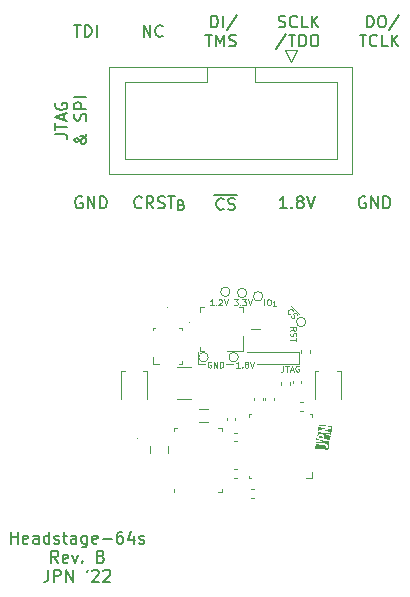
<source format=gto>
%TF.GenerationSoftware,KiCad,Pcbnew,(6.0.0)*%
%TF.CreationDate,2022-12-06T17:03:37-05:00*%
%TF.ProjectId,headstage-64s,68656164-7374-4616-9765-2d3634732e6b,B*%
%TF.SameCoordinates,Original*%
%TF.FileFunction,Legend,Top*%
%TF.FilePolarity,Positive*%
%FSLAX46Y46*%
G04 Gerber Fmt 4.6, Leading zero omitted, Abs format (unit mm)*
G04 Created by KiCad (PCBNEW (6.0.0)) date 2022-12-06 17:03:37*
%MOMM*%
%LPD*%
G01*
G04 APERTURE LIST*
%ADD10C,0.120000*%
%ADD11C,0.200000*%
%ADD12C,0.125000*%
G04 APERTURE END LIST*
D10*
X129280000Y-59100000D02*
X129280000Y-60100000D01*
X124130000Y-59560000D02*
G75*
G03*
X124130000Y-59560000I-400000J0D01*
G01*
X120700000Y-60100000D02*
X120700000Y-59100000D01*
X125675000Y-60100000D02*
X129280000Y-60100000D01*
X121590000Y-59570000D02*
G75*
G03*
X121590000Y-59570000I-400000J0D01*
G01*
X123650000Y-60100000D02*
X123110000Y-60100000D01*
X121300000Y-60100000D02*
X120700000Y-60100000D01*
X124900000Y-59100000D02*
X129280000Y-59100000D01*
D11*
X128225236Y-46952380D02*
X127653808Y-46952380D01*
X127939522Y-46952380D02*
X127939522Y-45952380D01*
X127844284Y-46095238D01*
X127749046Y-46190476D01*
X127653808Y-46238095D01*
X128653808Y-46857142D02*
X128701427Y-46904761D01*
X128653808Y-46952380D01*
X128606189Y-46904761D01*
X128653808Y-46857142D01*
X128653808Y-46952380D01*
X129272855Y-46380952D02*
X129177617Y-46333333D01*
X129129998Y-46285714D01*
X129082379Y-46190476D01*
X129082379Y-46142857D01*
X129129998Y-46047619D01*
X129177617Y-46000000D01*
X129272855Y-45952380D01*
X129463332Y-45952380D01*
X129558570Y-46000000D01*
X129606189Y-46047619D01*
X129653808Y-46142857D01*
X129653808Y-46190476D01*
X129606189Y-46285714D01*
X129558570Y-46333333D01*
X129463332Y-46380952D01*
X129272855Y-46380952D01*
X129177617Y-46428571D01*
X129129998Y-46476190D01*
X129082379Y-46571428D01*
X129082379Y-46761904D01*
X129129998Y-46857142D01*
X129177617Y-46904761D01*
X129272855Y-46952380D01*
X129463332Y-46952380D01*
X129558570Y-46904761D01*
X129606189Y-46857142D01*
X129653808Y-46761904D01*
X129653808Y-46571428D01*
X129606189Y-46476190D01*
X129558570Y-46428571D01*
X129463332Y-46380952D01*
X129939522Y-45952380D02*
X130272855Y-46952380D01*
X130606189Y-45952380D01*
X115939523Y-46857142D02*
X115891904Y-46904761D01*
X115749047Y-46952380D01*
X115653809Y-46952380D01*
X115510952Y-46904761D01*
X115415714Y-46809523D01*
X115368095Y-46714285D01*
X115320476Y-46523809D01*
X115320476Y-46380952D01*
X115368095Y-46190476D01*
X115415714Y-46095238D01*
X115510952Y-46000000D01*
X115653809Y-45952380D01*
X115749047Y-45952380D01*
X115891904Y-46000000D01*
X115939523Y-46047619D01*
X116939523Y-46952380D02*
X116606190Y-46476190D01*
X116368095Y-46952380D02*
X116368095Y-45952380D01*
X116749047Y-45952380D01*
X116844285Y-46000000D01*
X116891904Y-46047619D01*
X116939523Y-46142857D01*
X116939523Y-46285714D01*
X116891904Y-46380952D01*
X116844285Y-46428571D01*
X116749047Y-46476190D01*
X116368095Y-46476190D01*
X117320476Y-46904761D02*
X117463333Y-46952380D01*
X117701428Y-46952380D01*
X117796666Y-46904761D01*
X117844285Y-46857142D01*
X117891904Y-46761904D01*
X117891904Y-46666666D01*
X117844285Y-46571428D01*
X117796666Y-46523809D01*
X117701428Y-46476190D01*
X117510952Y-46428571D01*
X117415714Y-46380952D01*
X117368095Y-46333333D01*
X117320476Y-46238095D01*
X117320476Y-46142857D01*
X117368095Y-46047619D01*
X117415714Y-46000000D01*
X117510952Y-45952380D01*
X117749047Y-45952380D01*
X117891904Y-46000000D01*
X118177619Y-45952380D02*
X118749047Y-45952380D01*
X118463333Y-46952380D02*
X118463333Y-45952380D01*
X119301428Y-46642857D02*
X119415714Y-46680952D01*
X119453809Y-46719047D01*
X119491904Y-46795238D01*
X119491904Y-46909523D01*
X119453809Y-46985714D01*
X119415714Y-47023809D01*
X119339523Y-47061904D01*
X119034761Y-47061904D01*
X119034761Y-46261904D01*
X119301428Y-46261904D01*
X119377619Y-46300000D01*
X119415714Y-46338095D01*
X119453809Y-46414285D01*
X119453809Y-46490476D01*
X119415714Y-46566666D01*
X119377619Y-46604761D01*
X119301428Y-46642857D01*
X119034761Y-46642857D01*
X122082380Y-45810000D02*
X123082380Y-45810000D01*
X122891903Y-46997142D02*
X122844284Y-47044761D01*
X122701427Y-47092380D01*
X122606189Y-47092380D01*
X122463332Y-47044761D01*
X122368094Y-46949523D01*
X122320475Y-46854285D01*
X122272856Y-46663809D01*
X122272856Y-46520952D01*
X122320475Y-46330476D01*
X122368094Y-46235238D01*
X122463332Y-46140000D01*
X122606189Y-46092380D01*
X122701427Y-46092380D01*
X122844284Y-46140000D01*
X122891903Y-46187619D01*
X123082380Y-45810000D02*
X124034760Y-45810000D01*
X123272856Y-47044761D02*
X123415713Y-47092380D01*
X123653808Y-47092380D01*
X123749046Y-47044761D01*
X123796665Y-46997142D01*
X123844284Y-46901904D01*
X123844284Y-46806666D01*
X123796665Y-46711428D01*
X123749046Y-46663809D01*
X123653808Y-46616190D01*
X123463332Y-46568571D01*
X123368094Y-46520952D01*
X123320475Y-46473333D01*
X123272856Y-46378095D01*
X123272856Y-46282857D01*
X123320475Y-46187619D01*
X123368094Y-46140000D01*
X123463332Y-46092380D01*
X123701427Y-46092380D01*
X123844284Y-46140000D01*
X134891904Y-46000000D02*
X134796666Y-45952380D01*
X134653809Y-45952380D01*
X134510952Y-46000000D01*
X134415714Y-46095238D01*
X134368095Y-46190476D01*
X134320476Y-46380952D01*
X134320476Y-46523809D01*
X134368095Y-46714285D01*
X134415714Y-46809523D01*
X134510952Y-46904761D01*
X134653809Y-46952380D01*
X134749047Y-46952380D01*
X134891904Y-46904761D01*
X134939523Y-46857142D01*
X134939523Y-46523809D01*
X134749047Y-46523809D01*
X135368095Y-46952380D02*
X135368095Y-45952380D01*
X135939523Y-46952380D01*
X135939523Y-45952380D01*
X136415714Y-46952380D02*
X136415714Y-45952380D01*
X136653809Y-45952380D01*
X136796666Y-46000000D01*
X136891904Y-46095238D01*
X136939523Y-46190476D01*
X136987142Y-46380952D01*
X136987142Y-46523809D01*
X136939523Y-46714285D01*
X136891904Y-46809523D01*
X136796666Y-46904761D01*
X136653809Y-46952380D01*
X136415714Y-46952380D01*
D12*
X124251428Y-60446190D02*
X123965714Y-60446190D01*
X124108571Y-60446190D02*
X124108571Y-59946190D01*
X124060952Y-60017619D01*
X124013333Y-60065238D01*
X123965714Y-60089047D01*
X124465714Y-60398571D02*
X124489523Y-60422380D01*
X124465714Y-60446190D01*
X124441904Y-60422380D01*
X124465714Y-60398571D01*
X124465714Y-60446190D01*
X124775238Y-60160476D02*
X124727619Y-60136666D01*
X124703809Y-60112857D01*
X124680000Y-60065238D01*
X124680000Y-60041428D01*
X124703809Y-59993809D01*
X124727619Y-59970000D01*
X124775238Y-59946190D01*
X124870476Y-59946190D01*
X124918095Y-59970000D01*
X124941904Y-59993809D01*
X124965714Y-60041428D01*
X124965714Y-60065238D01*
X124941904Y-60112857D01*
X124918095Y-60136666D01*
X124870476Y-60160476D01*
X124775238Y-60160476D01*
X124727619Y-60184285D01*
X124703809Y-60208095D01*
X124680000Y-60255714D01*
X124680000Y-60350952D01*
X124703809Y-60398571D01*
X124727619Y-60422380D01*
X124775238Y-60446190D01*
X124870476Y-60446190D01*
X124918095Y-60422380D01*
X124941904Y-60398571D01*
X124965714Y-60350952D01*
X124965714Y-60255714D01*
X124941904Y-60208095D01*
X124918095Y-60184285D01*
X124870476Y-60160476D01*
X125108571Y-59946190D02*
X125275238Y-60446190D01*
X125441904Y-59946190D01*
D11*
X135012857Y-31647380D02*
X135012857Y-30647380D01*
X135250952Y-30647380D01*
X135393809Y-30695000D01*
X135489047Y-30790238D01*
X135536666Y-30885476D01*
X135584285Y-31075952D01*
X135584285Y-31218809D01*
X135536666Y-31409285D01*
X135489047Y-31504523D01*
X135393809Y-31599761D01*
X135250952Y-31647380D01*
X135012857Y-31647380D01*
X136203333Y-30647380D02*
X136393809Y-30647380D01*
X136489047Y-30695000D01*
X136584285Y-30790238D01*
X136631904Y-30980714D01*
X136631904Y-31314047D01*
X136584285Y-31504523D01*
X136489047Y-31599761D01*
X136393809Y-31647380D01*
X136203333Y-31647380D01*
X136108095Y-31599761D01*
X136012857Y-31504523D01*
X135965238Y-31314047D01*
X135965238Y-30980714D01*
X136012857Y-30790238D01*
X136108095Y-30695000D01*
X136203333Y-30647380D01*
X137774761Y-30599761D02*
X136917619Y-31885476D01*
X134393809Y-32257380D02*
X134965238Y-32257380D01*
X134679523Y-33257380D02*
X134679523Y-32257380D01*
X135870000Y-33162142D02*
X135822380Y-33209761D01*
X135679523Y-33257380D01*
X135584285Y-33257380D01*
X135441428Y-33209761D01*
X135346190Y-33114523D01*
X135298571Y-33019285D01*
X135250952Y-32828809D01*
X135250952Y-32685952D01*
X135298571Y-32495476D01*
X135346190Y-32400238D01*
X135441428Y-32305000D01*
X135584285Y-32257380D01*
X135679523Y-32257380D01*
X135822380Y-32305000D01*
X135870000Y-32352619D01*
X136774761Y-33257380D02*
X136298571Y-33257380D01*
X136298571Y-32257380D01*
X137108095Y-33257380D02*
X137108095Y-32257380D01*
X137679523Y-33257380D02*
X137250952Y-32685952D01*
X137679523Y-32257380D02*
X137108095Y-32828809D01*
X108647380Y-40666666D02*
X109361666Y-40666666D01*
X109504523Y-40714285D01*
X109599761Y-40809523D01*
X109647380Y-40952380D01*
X109647380Y-41047619D01*
X108647380Y-40333333D02*
X108647380Y-39761904D01*
X109647380Y-40047619D02*
X108647380Y-40047619D01*
X109361666Y-39476190D02*
X109361666Y-39000000D01*
X109647380Y-39571428D02*
X108647380Y-39238095D01*
X109647380Y-38904761D01*
X108695000Y-38047619D02*
X108647380Y-38142857D01*
X108647380Y-38285714D01*
X108695000Y-38428571D01*
X108790238Y-38523809D01*
X108885476Y-38571428D01*
X109075952Y-38619047D01*
X109218809Y-38619047D01*
X109409285Y-38571428D01*
X109504523Y-38523809D01*
X109599761Y-38428571D01*
X109647380Y-38285714D01*
X109647380Y-38190476D01*
X109599761Y-38047619D01*
X109552142Y-38000000D01*
X109218809Y-38000000D01*
X109218809Y-38190476D01*
X111257380Y-40666666D02*
X111257380Y-40714285D01*
X111209761Y-40809523D01*
X111066904Y-40952380D01*
X110781190Y-41190476D01*
X110638333Y-41285714D01*
X110495476Y-41333333D01*
X110400238Y-41333333D01*
X110305000Y-41285714D01*
X110257380Y-41190476D01*
X110257380Y-41142857D01*
X110305000Y-41047619D01*
X110400238Y-41000000D01*
X110447857Y-41000000D01*
X110543095Y-41047619D01*
X110590714Y-41095238D01*
X110781190Y-41380952D01*
X110828809Y-41428571D01*
X110924047Y-41476190D01*
X111066904Y-41476190D01*
X111162142Y-41428571D01*
X111209761Y-41380952D01*
X111257380Y-41285714D01*
X111257380Y-41142857D01*
X111209761Y-41047619D01*
X111162142Y-41000000D01*
X110971666Y-40857142D01*
X110828809Y-40809523D01*
X110733571Y-40809523D01*
X111209761Y-39523809D02*
X111257380Y-39380952D01*
X111257380Y-39142857D01*
X111209761Y-39047619D01*
X111162142Y-39000000D01*
X111066904Y-38952380D01*
X110971666Y-38952380D01*
X110876428Y-39000000D01*
X110828809Y-39047619D01*
X110781190Y-39142857D01*
X110733571Y-39333333D01*
X110685952Y-39428571D01*
X110638333Y-39476190D01*
X110543095Y-39523809D01*
X110447857Y-39523809D01*
X110352619Y-39476190D01*
X110305000Y-39428571D01*
X110257380Y-39333333D01*
X110257380Y-39095238D01*
X110305000Y-38952380D01*
X111257380Y-38523809D02*
X110257380Y-38523809D01*
X110257380Y-38142857D01*
X110305000Y-38047619D01*
X110352619Y-38000000D01*
X110447857Y-37952380D01*
X110590714Y-37952380D01*
X110685952Y-38000000D01*
X110733571Y-38047619D01*
X110781190Y-38142857D01*
X110781190Y-38523809D01*
X111257380Y-37523809D02*
X110257380Y-37523809D01*
D12*
X121819047Y-59960000D02*
X121771428Y-59936190D01*
X121700000Y-59936190D01*
X121628571Y-59960000D01*
X121580952Y-60007619D01*
X121557142Y-60055238D01*
X121533333Y-60150476D01*
X121533333Y-60221904D01*
X121557142Y-60317142D01*
X121580952Y-60364761D01*
X121628571Y-60412380D01*
X121700000Y-60436190D01*
X121747619Y-60436190D01*
X121819047Y-60412380D01*
X121842857Y-60388571D01*
X121842857Y-60221904D01*
X121747619Y-60221904D01*
X122057142Y-60436190D02*
X122057142Y-59936190D01*
X122342857Y-60436190D01*
X122342857Y-59936190D01*
X122580952Y-60436190D02*
X122580952Y-59936190D01*
X122700000Y-59936190D01*
X122771428Y-59960000D01*
X122819047Y-60007619D01*
X122842857Y-60055238D01*
X122866666Y-60150476D01*
X122866666Y-60221904D01*
X122842857Y-60317142D01*
X122819047Y-60364761D01*
X122771428Y-60412380D01*
X122700000Y-60436190D01*
X122580952Y-60436190D01*
D11*
X116106904Y-32452380D02*
X116106904Y-31452380D01*
X116678332Y-32452380D01*
X116678332Y-31452380D01*
X117725951Y-32357142D02*
X117678332Y-32404761D01*
X117535475Y-32452380D01*
X117440237Y-32452380D01*
X117297380Y-32404761D01*
X117202142Y-32309523D01*
X117154523Y-32214285D01*
X117106904Y-32023809D01*
X117106904Y-31880952D01*
X117154523Y-31690476D01*
X117202142Y-31595238D01*
X117297380Y-31500000D01*
X117440237Y-31452380D01*
X117535475Y-31452380D01*
X117678332Y-31500000D01*
X117725951Y-31547619D01*
X110891904Y-46000000D02*
X110796666Y-45952380D01*
X110653809Y-45952380D01*
X110510952Y-46000000D01*
X110415714Y-46095238D01*
X110368095Y-46190476D01*
X110320476Y-46380952D01*
X110320476Y-46523809D01*
X110368095Y-46714285D01*
X110415714Y-46809523D01*
X110510952Y-46904761D01*
X110653809Y-46952380D01*
X110749047Y-46952380D01*
X110891904Y-46904761D01*
X110939523Y-46857142D01*
X110939523Y-46523809D01*
X110749047Y-46523809D01*
X111368095Y-46952380D02*
X111368095Y-45952380D01*
X111939523Y-46952380D01*
X111939523Y-45952380D01*
X112415714Y-46952380D02*
X112415714Y-45952380D01*
X112653809Y-45952380D01*
X112796666Y-46000000D01*
X112891904Y-46095238D01*
X112939523Y-46190476D01*
X112987142Y-46380952D01*
X112987142Y-46523809D01*
X112939523Y-46714285D01*
X112891904Y-46809523D01*
X112796666Y-46904761D01*
X112653809Y-46952380D01*
X112415714Y-46952380D01*
X104880952Y-75342380D02*
X104880952Y-74342380D01*
X104880952Y-74818571D02*
X105452380Y-74818571D01*
X105452380Y-75342380D02*
X105452380Y-74342380D01*
X106309523Y-75294761D02*
X106214285Y-75342380D01*
X106023809Y-75342380D01*
X105928571Y-75294761D01*
X105880952Y-75199523D01*
X105880952Y-74818571D01*
X105928571Y-74723333D01*
X106023809Y-74675714D01*
X106214285Y-74675714D01*
X106309523Y-74723333D01*
X106357142Y-74818571D01*
X106357142Y-74913809D01*
X105880952Y-75009047D01*
X107214285Y-75342380D02*
X107214285Y-74818571D01*
X107166666Y-74723333D01*
X107071428Y-74675714D01*
X106880952Y-74675714D01*
X106785714Y-74723333D01*
X107214285Y-75294761D02*
X107119047Y-75342380D01*
X106880952Y-75342380D01*
X106785714Y-75294761D01*
X106738095Y-75199523D01*
X106738095Y-75104285D01*
X106785714Y-75009047D01*
X106880952Y-74961428D01*
X107119047Y-74961428D01*
X107214285Y-74913809D01*
X108119047Y-75342380D02*
X108119047Y-74342380D01*
X108119047Y-75294761D02*
X108023809Y-75342380D01*
X107833333Y-75342380D01*
X107738095Y-75294761D01*
X107690476Y-75247142D01*
X107642857Y-75151904D01*
X107642857Y-74866190D01*
X107690476Y-74770952D01*
X107738095Y-74723333D01*
X107833333Y-74675714D01*
X108023809Y-74675714D01*
X108119047Y-74723333D01*
X108547619Y-75294761D02*
X108642857Y-75342380D01*
X108833333Y-75342380D01*
X108928571Y-75294761D01*
X108976190Y-75199523D01*
X108976190Y-75151904D01*
X108928571Y-75056666D01*
X108833333Y-75009047D01*
X108690476Y-75009047D01*
X108595238Y-74961428D01*
X108547619Y-74866190D01*
X108547619Y-74818571D01*
X108595238Y-74723333D01*
X108690476Y-74675714D01*
X108833333Y-74675714D01*
X108928571Y-74723333D01*
X109261904Y-74675714D02*
X109642857Y-74675714D01*
X109404761Y-74342380D02*
X109404761Y-75199523D01*
X109452380Y-75294761D01*
X109547619Y-75342380D01*
X109642857Y-75342380D01*
X110404761Y-75342380D02*
X110404761Y-74818571D01*
X110357142Y-74723333D01*
X110261904Y-74675714D01*
X110071428Y-74675714D01*
X109976190Y-74723333D01*
X110404761Y-75294761D02*
X110309523Y-75342380D01*
X110071428Y-75342380D01*
X109976190Y-75294761D01*
X109928571Y-75199523D01*
X109928571Y-75104285D01*
X109976190Y-75009047D01*
X110071428Y-74961428D01*
X110309523Y-74961428D01*
X110404761Y-74913809D01*
X111309523Y-74675714D02*
X111309523Y-75485238D01*
X111261904Y-75580476D01*
X111214285Y-75628095D01*
X111119047Y-75675714D01*
X110976190Y-75675714D01*
X110880952Y-75628095D01*
X111309523Y-75294761D02*
X111214285Y-75342380D01*
X111023809Y-75342380D01*
X110928571Y-75294761D01*
X110880952Y-75247142D01*
X110833333Y-75151904D01*
X110833333Y-74866190D01*
X110880952Y-74770952D01*
X110928571Y-74723333D01*
X111023809Y-74675714D01*
X111214285Y-74675714D01*
X111309523Y-74723333D01*
X112166666Y-75294761D02*
X112071428Y-75342380D01*
X111880952Y-75342380D01*
X111785714Y-75294761D01*
X111738095Y-75199523D01*
X111738095Y-74818571D01*
X111785714Y-74723333D01*
X111880952Y-74675714D01*
X112071428Y-74675714D01*
X112166666Y-74723333D01*
X112214285Y-74818571D01*
X112214285Y-74913809D01*
X111738095Y-75009047D01*
X112642857Y-74961428D02*
X113404761Y-74961428D01*
X114309523Y-74342380D02*
X114119047Y-74342380D01*
X114023809Y-74390000D01*
X113976190Y-74437619D01*
X113880952Y-74580476D01*
X113833333Y-74770952D01*
X113833333Y-75151904D01*
X113880952Y-75247142D01*
X113928571Y-75294761D01*
X114023809Y-75342380D01*
X114214285Y-75342380D01*
X114309523Y-75294761D01*
X114357142Y-75247142D01*
X114404761Y-75151904D01*
X114404761Y-74913809D01*
X114357142Y-74818571D01*
X114309523Y-74770952D01*
X114214285Y-74723333D01*
X114023809Y-74723333D01*
X113928571Y-74770952D01*
X113880952Y-74818571D01*
X113833333Y-74913809D01*
X115261904Y-74675714D02*
X115261904Y-75342380D01*
X115023809Y-74294761D02*
X114785714Y-75009047D01*
X115404761Y-75009047D01*
X115738095Y-75294761D02*
X115833333Y-75342380D01*
X116023809Y-75342380D01*
X116119047Y-75294761D01*
X116166666Y-75199523D01*
X116166666Y-75151904D01*
X116119047Y-75056666D01*
X116023809Y-75009047D01*
X115880952Y-75009047D01*
X115785714Y-74961428D01*
X115738095Y-74866190D01*
X115738095Y-74818571D01*
X115785714Y-74723333D01*
X115880952Y-74675714D01*
X116023809Y-74675714D01*
X116119047Y-74723333D01*
X108880952Y-76952380D02*
X108547619Y-76476190D01*
X108309523Y-76952380D02*
X108309523Y-75952380D01*
X108690476Y-75952380D01*
X108785714Y-76000000D01*
X108833333Y-76047619D01*
X108880952Y-76142857D01*
X108880952Y-76285714D01*
X108833333Y-76380952D01*
X108785714Y-76428571D01*
X108690476Y-76476190D01*
X108309523Y-76476190D01*
X109690476Y-76904761D02*
X109595238Y-76952380D01*
X109404761Y-76952380D01*
X109309523Y-76904761D01*
X109261904Y-76809523D01*
X109261904Y-76428571D01*
X109309523Y-76333333D01*
X109404761Y-76285714D01*
X109595238Y-76285714D01*
X109690476Y-76333333D01*
X109738095Y-76428571D01*
X109738095Y-76523809D01*
X109261904Y-76619047D01*
X110071428Y-76285714D02*
X110309523Y-76952380D01*
X110547619Y-76285714D01*
X110928571Y-76857142D02*
X110976190Y-76904761D01*
X110928571Y-76952380D01*
X110880952Y-76904761D01*
X110928571Y-76857142D01*
X110928571Y-76952380D01*
X112500000Y-76428571D02*
X112642857Y-76476190D01*
X112690476Y-76523809D01*
X112738095Y-76619047D01*
X112738095Y-76761904D01*
X112690476Y-76857142D01*
X112642857Y-76904761D01*
X112547619Y-76952380D01*
X112166666Y-76952380D01*
X112166666Y-75952380D01*
X112500000Y-75952380D01*
X112595238Y-76000000D01*
X112642857Y-76047619D01*
X112690476Y-76142857D01*
X112690476Y-76238095D01*
X112642857Y-76333333D01*
X112595238Y-76380952D01*
X112500000Y-76428571D01*
X112166666Y-76428571D01*
X108047619Y-77562380D02*
X108047619Y-78276666D01*
X108000000Y-78419523D01*
X107904761Y-78514761D01*
X107761904Y-78562380D01*
X107666666Y-78562380D01*
X108523809Y-78562380D02*
X108523809Y-77562380D01*
X108904761Y-77562380D01*
X109000000Y-77610000D01*
X109047619Y-77657619D01*
X109095238Y-77752857D01*
X109095238Y-77895714D01*
X109047619Y-77990952D01*
X109000000Y-78038571D01*
X108904761Y-78086190D01*
X108523809Y-78086190D01*
X109523809Y-78562380D02*
X109523809Y-77562380D01*
X110095238Y-78562380D01*
X110095238Y-77562380D01*
X111380952Y-77562380D02*
X111285714Y-77752857D01*
X111761904Y-77657619D02*
X111809523Y-77610000D01*
X111904761Y-77562380D01*
X112142857Y-77562380D01*
X112238095Y-77610000D01*
X112285714Y-77657619D01*
X112333333Y-77752857D01*
X112333333Y-77848095D01*
X112285714Y-77990952D01*
X111714285Y-78562380D01*
X112333333Y-78562380D01*
X112714285Y-77657619D02*
X112761904Y-77610000D01*
X112857142Y-77562380D01*
X113095238Y-77562380D01*
X113190476Y-77610000D01*
X113238095Y-77657619D01*
X113285714Y-77752857D01*
X113285714Y-77848095D01*
X113238095Y-77990952D01*
X112666666Y-78562380D01*
X113285714Y-78562380D01*
X121824760Y-31647380D02*
X121824760Y-30647380D01*
X122062855Y-30647380D01*
X122205713Y-30695000D01*
X122300951Y-30790238D01*
X122348570Y-30885476D01*
X122396189Y-31075952D01*
X122396189Y-31218809D01*
X122348570Y-31409285D01*
X122300951Y-31504523D01*
X122205713Y-31599761D01*
X122062855Y-31647380D01*
X121824760Y-31647380D01*
X122824760Y-31647380D02*
X122824760Y-30647380D01*
X124015236Y-30599761D02*
X123158094Y-31885476D01*
X121348570Y-32257380D02*
X121919998Y-32257380D01*
X121634284Y-33257380D02*
X121634284Y-32257380D01*
X122253332Y-33257380D02*
X122253332Y-32257380D01*
X122586665Y-32971666D01*
X122919998Y-32257380D01*
X122919998Y-33257380D01*
X123348570Y-33209761D02*
X123491427Y-33257380D01*
X123729522Y-33257380D01*
X123824760Y-33209761D01*
X123872379Y-33162142D01*
X123919998Y-33066904D01*
X123919998Y-32971666D01*
X123872379Y-32876428D01*
X123824760Y-32828809D01*
X123729522Y-32781190D01*
X123539046Y-32733571D01*
X123443808Y-32685952D01*
X123396189Y-32638333D01*
X123348570Y-32543095D01*
X123348570Y-32447857D01*
X123396189Y-32352619D01*
X123443808Y-32305000D01*
X123539046Y-32257380D01*
X123777141Y-32257380D01*
X123919998Y-32305000D01*
X127533093Y-31599761D02*
X127675950Y-31647380D01*
X127914045Y-31647380D01*
X128009283Y-31599761D01*
X128056902Y-31552142D01*
X128104522Y-31456904D01*
X128104522Y-31361666D01*
X128056902Y-31266428D01*
X128009283Y-31218809D01*
X127914045Y-31171190D01*
X127723569Y-31123571D01*
X127628331Y-31075952D01*
X127580712Y-31028333D01*
X127533093Y-30933095D01*
X127533093Y-30837857D01*
X127580712Y-30742619D01*
X127628331Y-30695000D01*
X127723569Y-30647380D01*
X127961664Y-30647380D01*
X128104522Y-30695000D01*
X129104522Y-31552142D02*
X129056902Y-31599761D01*
X128914045Y-31647380D01*
X128818807Y-31647380D01*
X128675950Y-31599761D01*
X128580712Y-31504523D01*
X128533093Y-31409285D01*
X128485474Y-31218809D01*
X128485474Y-31075952D01*
X128533093Y-30885476D01*
X128580712Y-30790238D01*
X128675950Y-30695000D01*
X128818807Y-30647380D01*
X128914045Y-30647380D01*
X129056902Y-30695000D01*
X129104522Y-30742619D01*
X130009283Y-31647380D02*
X129533093Y-31647380D01*
X129533093Y-30647380D01*
X130342617Y-31647380D02*
X130342617Y-30647380D01*
X130914045Y-31647380D02*
X130485474Y-31075952D01*
X130914045Y-30647380D02*
X130342617Y-31218809D01*
X128199760Y-32209761D02*
X127342617Y-33495476D01*
X128390236Y-32257380D02*
X128961664Y-32257380D01*
X128675950Y-33257380D02*
X128675950Y-32257380D01*
X129294998Y-33257380D02*
X129294998Y-32257380D01*
X129533093Y-32257380D01*
X129675950Y-32305000D01*
X129771188Y-32400238D01*
X129818807Y-32495476D01*
X129866426Y-32685952D01*
X129866426Y-32828809D01*
X129818807Y-33019285D01*
X129771188Y-33114523D01*
X129675950Y-33209761D01*
X129533093Y-33257380D01*
X129294998Y-33257380D01*
X130485474Y-32257380D02*
X130675950Y-32257380D01*
X130771188Y-32305000D01*
X130866426Y-32400238D01*
X130914045Y-32590714D01*
X130914045Y-32924047D01*
X130866426Y-33114523D01*
X130771188Y-33209761D01*
X130675950Y-33257380D01*
X130485474Y-33257380D01*
X130390236Y-33209761D01*
X130294998Y-33114523D01*
X130247379Y-32924047D01*
X130247379Y-32590714D01*
X130294998Y-32400238D01*
X130390236Y-32305000D01*
X130485474Y-32257380D01*
X110227142Y-31452380D02*
X110798571Y-31452380D01*
X110512857Y-32452380D02*
X110512857Y-31452380D01*
X111131904Y-32452380D02*
X111131904Y-31452380D01*
X111370000Y-31452380D01*
X111512857Y-31500000D01*
X111608095Y-31595238D01*
X111655714Y-31690476D01*
X111703333Y-31880952D01*
X111703333Y-32023809D01*
X111655714Y-32214285D01*
X111608095Y-32309523D01*
X111512857Y-32404761D01*
X111370000Y-32452380D01*
X111131904Y-32452380D01*
X112131904Y-32452380D02*
X112131904Y-31452380D01*
D12*
X126340297Y-55156190D02*
X126340297Y-54656190D01*
X126673630Y-54656190D02*
X126768869Y-54656190D01*
X126816488Y-54680000D01*
X126864107Y-54727619D01*
X126887916Y-54822857D01*
X126887916Y-54989523D01*
X126864107Y-55084761D01*
X126816488Y-55132380D01*
X126768869Y-55156190D01*
X126673630Y-55156190D01*
X126626011Y-55132380D01*
X126578392Y-55084761D01*
X126554583Y-54989523D01*
X126554583Y-54822857D01*
X126578392Y-54727619D01*
X126626011Y-54680000D01*
X126673630Y-54656190D01*
X127287916Y-55210952D02*
X127059345Y-55210952D01*
X127173630Y-55210952D02*
X127173630Y-54810952D01*
X127135535Y-54868095D01*
X127097440Y-54906190D01*
X127059345Y-54925238D01*
X127943154Y-60276190D02*
X127943154Y-60633333D01*
X127919345Y-60704761D01*
X127871726Y-60752380D01*
X127800297Y-60776190D01*
X127752678Y-60776190D01*
X128109821Y-60276190D02*
X128395535Y-60276190D01*
X128252678Y-60776190D02*
X128252678Y-60276190D01*
X128538392Y-60633333D02*
X128776488Y-60633333D01*
X128490773Y-60776190D02*
X128657440Y-60276190D01*
X128824107Y-60776190D01*
X129252678Y-60300000D02*
X129205059Y-60276190D01*
X129133630Y-60276190D01*
X129062202Y-60300000D01*
X129014583Y-60347619D01*
X128990773Y-60395238D01*
X128966964Y-60490476D01*
X128966964Y-60561904D01*
X128990773Y-60657142D01*
X129014583Y-60704761D01*
X129062202Y-60752380D01*
X129133630Y-60776190D01*
X129181250Y-60776190D01*
X129252678Y-60752380D01*
X129276488Y-60728571D01*
X129276488Y-60561904D01*
X129181250Y-60561904D01*
X128533809Y-57316011D02*
X128771904Y-57149345D01*
X128533809Y-57030297D02*
X129033809Y-57030297D01*
X129033809Y-57220773D01*
X129010000Y-57268392D01*
X128986190Y-57292202D01*
X128938571Y-57316011D01*
X128867142Y-57316011D01*
X128819523Y-57292202D01*
X128795714Y-57268392D01*
X128771904Y-57220773D01*
X128771904Y-57030297D01*
X128557619Y-57506488D02*
X128533809Y-57577916D01*
X128533809Y-57696964D01*
X128557619Y-57744583D01*
X128581428Y-57768392D01*
X128629047Y-57792202D01*
X128676666Y-57792202D01*
X128724285Y-57768392D01*
X128748095Y-57744583D01*
X128771904Y-57696964D01*
X128795714Y-57601726D01*
X128819523Y-57554107D01*
X128843333Y-57530297D01*
X128890952Y-57506488D01*
X128938571Y-57506488D01*
X128986190Y-57530297D01*
X129010000Y-57554107D01*
X129033809Y-57601726D01*
X129033809Y-57720773D01*
X129010000Y-57792202D01*
X129033809Y-57935059D02*
X129033809Y-58220773D01*
X128533809Y-58077916D02*
X129033809Y-58077916D01*
X123751904Y-54656190D02*
X124061428Y-54656190D01*
X123894761Y-54846666D01*
X123966190Y-54846666D01*
X124013809Y-54870476D01*
X124037619Y-54894285D01*
X124061428Y-54941904D01*
X124061428Y-55060952D01*
X124037619Y-55108571D01*
X124013809Y-55132380D01*
X123966190Y-55156190D01*
X123823333Y-55156190D01*
X123775714Y-55132380D01*
X123751904Y-55108571D01*
X124275714Y-55108571D02*
X124299523Y-55132380D01*
X124275714Y-55156190D01*
X124251904Y-55132380D01*
X124275714Y-55108571D01*
X124275714Y-55156190D01*
X124466190Y-54656190D02*
X124775714Y-54656190D01*
X124609047Y-54846666D01*
X124680476Y-54846666D01*
X124728095Y-54870476D01*
X124751904Y-54894285D01*
X124775714Y-54941904D01*
X124775714Y-55060952D01*
X124751904Y-55108571D01*
X124728095Y-55132380D01*
X124680476Y-55156190D01*
X124537619Y-55156190D01*
X124490000Y-55132380D01*
X124466190Y-55108571D01*
X124918571Y-54656190D02*
X125085238Y-55156190D01*
X125251904Y-54656190D01*
X122031428Y-55156190D02*
X121745714Y-55156190D01*
X121888571Y-55156190D02*
X121888571Y-54656190D01*
X121840952Y-54727619D01*
X121793333Y-54775238D01*
X121745714Y-54799047D01*
X122245714Y-55108571D02*
X122269523Y-55132380D01*
X122245714Y-55156190D01*
X122221904Y-55132380D01*
X122245714Y-55108571D01*
X122245714Y-55156190D01*
X122460000Y-54703809D02*
X122483809Y-54680000D01*
X122531428Y-54656190D01*
X122650476Y-54656190D01*
X122698095Y-54680000D01*
X122721904Y-54703809D01*
X122745714Y-54751428D01*
X122745714Y-54799047D01*
X122721904Y-54870476D01*
X122436190Y-55156190D01*
X122745714Y-55156190D01*
X122888571Y-54656190D02*
X123055238Y-55156190D01*
X123221904Y-54656190D01*
X128598313Y-55211415D02*
X128951867Y-55564968D01*
X128464805Y-55917343D02*
X128431133Y-55917343D01*
X128363790Y-55883671D01*
X128330118Y-55850000D01*
X128296446Y-55782656D01*
X128296446Y-55715312D01*
X128313282Y-55664805D01*
X128363790Y-55580625D01*
X128414297Y-55530118D01*
X128498477Y-55479610D01*
X128548984Y-55462774D01*
X128616328Y-55462774D01*
X128683671Y-55496446D01*
X128717343Y-55530118D01*
X128751015Y-55597461D01*
X128751015Y-55631133D01*
X128951867Y-55564968D02*
X129288584Y-55901686D01*
X128582656Y-56068866D02*
X128616328Y-56136209D01*
X128700507Y-56220389D01*
X128751015Y-56237225D01*
X128784687Y-56237225D01*
X128835194Y-56220389D01*
X128868866Y-56186717D01*
X128885702Y-56136209D01*
X128885702Y-56102538D01*
X128868866Y-56052030D01*
X128818358Y-55967851D01*
X128801522Y-55917343D01*
X128801522Y-55883671D01*
X128818358Y-55833164D01*
X128852030Y-55799492D01*
X128902538Y-55782656D01*
X128936209Y-55782656D01*
X128986717Y-55799492D01*
X129070896Y-55883671D01*
X129104568Y-55951015D01*
%TO.C,G\u002A\u002A\u002A*%
G36*
X131502478Y-67380469D02*
G01*
X131452016Y-67375419D01*
X131399109Y-67370101D01*
X131344301Y-67364571D01*
X131288131Y-67358885D01*
X131231140Y-67353098D01*
X131173868Y-67347265D01*
X131116856Y-67341440D01*
X131060645Y-67335679D01*
X131005773Y-67330037D01*
X130952783Y-67324569D01*
X130902216Y-67319330D01*
X130854610Y-67314375D01*
X130810508Y-67309758D01*
X130770448Y-67305537D01*
X130734973Y-67301765D01*
X130704623Y-67298496D01*
X130679936Y-67295787D01*
X130661456Y-67293692D01*
X130649721Y-67292266D01*
X130645273Y-67291566D01*
X130645251Y-67291550D01*
X130645164Y-67287032D01*
X130645882Y-67275448D01*
X130647326Y-67257544D01*
X130649418Y-67234065D01*
X130652079Y-67205757D01*
X130655228Y-67173362D01*
X130658789Y-67137629D01*
X130662680Y-67099301D01*
X130666825Y-67059124D01*
X130671143Y-67017842D01*
X130675555Y-66976203D01*
X130679983Y-66934949D01*
X130684347Y-66894826D01*
X130688199Y-66859935D01*
X130723878Y-66859935D01*
X130728803Y-66882502D01*
X130740150Y-66902869D01*
X130756017Y-66918299D01*
X130774917Y-66932067D01*
X131095525Y-66976458D01*
X131160406Y-66985442D01*
X131217932Y-66993416D01*
X131268569Y-67000456D01*
X131312782Y-67006635D01*
X131351037Y-67012031D01*
X131383799Y-67016718D01*
X131411535Y-67020769D01*
X131434709Y-67024262D01*
X131453786Y-67027270D01*
X131469234Y-67029869D01*
X131481518Y-67032134D01*
X131491102Y-67034140D01*
X131498453Y-67035962D01*
X131504036Y-67037676D01*
X131508318Y-67039356D01*
X131511762Y-67041077D01*
X131514837Y-67042915D01*
X131517261Y-67044469D01*
X131528092Y-67053601D01*
X131539246Y-67066343D01*
X131545068Y-67074761D01*
X131556573Y-67100662D01*
X131560577Y-67127478D01*
X131557133Y-67154076D01*
X131546294Y-67179316D01*
X131539821Y-67188879D01*
X131531008Y-67205029D01*
X131525336Y-67224483D01*
X131523469Y-67244003D01*
X131525557Y-67258858D01*
X131533522Y-67276220D01*
X131545303Y-67292544D01*
X131558680Y-67304941D01*
X131563097Y-67307694D01*
X131583584Y-67314797D01*
X131606606Y-67316582D01*
X131628786Y-67312950D01*
X131636901Y-67309851D01*
X131651038Y-67300396D01*
X131666265Y-67285486D01*
X131680973Y-67267083D01*
X131693550Y-67247152D01*
X131700706Y-67232150D01*
X131706822Y-67213120D01*
X131712375Y-67189152D01*
X131716894Y-67163116D01*
X131719904Y-67137878D01*
X131720932Y-67116307D01*
X131720765Y-67110640D01*
X131715183Y-67070736D01*
X131702801Y-67033020D01*
X131683160Y-66996228D01*
X131675203Y-66984351D01*
X131649745Y-66952940D01*
X131645234Y-66947373D01*
X131612342Y-66917689D01*
X131576406Y-66895209D01*
X131537302Y-66879845D01*
X131527773Y-66877289D01*
X131518868Y-66875517D01*
X131503070Y-66872838D01*
X131481064Y-66869348D01*
X131453538Y-66865140D01*
X131421177Y-66860312D01*
X131384668Y-66854957D01*
X131344697Y-66849172D01*
X131301951Y-66843052D01*
X131257118Y-66836693D01*
X131210881Y-66830188D01*
X131163929Y-66823633D01*
X131116947Y-66817125D01*
X131070623Y-66810758D01*
X131025642Y-66804628D01*
X130982691Y-66798830D01*
X130942457Y-66793458D01*
X130905624Y-66788609D01*
X130872882Y-66784378D01*
X130844915Y-66780860D01*
X130822411Y-66778150D01*
X130806055Y-66776345D01*
X130796534Y-66775537D01*
X130794724Y-66775519D01*
X130776690Y-66780160D01*
X130758377Y-66790313D01*
X130742525Y-66804193D01*
X130734635Y-66814702D01*
X130725710Y-66836793D01*
X130723878Y-66859935D01*
X130688199Y-66859935D01*
X130688569Y-66856581D01*
X130692569Y-66820957D01*
X130696270Y-66788700D01*
X130699591Y-66760556D01*
X130702454Y-66737269D01*
X130704779Y-66719585D01*
X130706488Y-66708248D01*
X130707503Y-66704004D01*
X130707518Y-66703996D01*
X130711989Y-66704141D01*
X130723787Y-66705048D01*
X130742386Y-66706663D01*
X130767261Y-66708938D01*
X130797885Y-66711820D01*
X130833733Y-66715260D01*
X130874278Y-66719205D01*
X130918994Y-66723607D01*
X130967355Y-66728414D01*
X131018836Y-66733575D01*
X131072908Y-66739038D01*
X131115968Y-66743419D01*
X131171577Y-66749072D01*
X131224929Y-66754458D01*
X131275505Y-66759525D01*
X131322784Y-66764223D01*
X131366250Y-66768501D01*
X131405382Y-66772309D01*
X131439662Y-66775599D01*
X131468570Y-66778318D01*
X131491587Y-66780417D01*
X131508195Y-66781844D01*
X131517874Y-66782552D01*
X131520281Y-66782570D01*
X131516651Y-66781113D01*
X131505983Y-66777410D01*
X131488758Y-66771618D01*
X131465460Y-66763894D01*
X131436571Y-66754395D01*
X131402573Y-66743280D01*
X131363950Y-66730705D01*
X131321183Y-66716827D01*
X131274755Y-66701806D01*
X131225149Y-66685796D01*
X131172846Y-66668956D01*
X131118330Y-66651443D01*
X131112158Y-66649463D01*
X131057400Y-66631888D01*
X131004783Y-66614982D01*
X130954788Y-66598901D01*
X130907901Y-66583802D01*
X130864608Y-66569842D01*
X130825390Y-66557177D01*
X130790734Y-66545964D01*
X130761123Y-66536359D01*
X130737042Y-66528521D01*
X130718974Y-66522602D01*
X130707406Y-66518762D01*
X130702820Y-66517156D01*
X130702763Y-66517123D01*
X130703786Y-66513246D01*
X130707040Y-66502460D01*
X130712329Y-66485373D01*
X130719465Y-66462591D01*
X130727165Y-66438171D01*
X130791444Y-66438171D01*
X130791481Y-66438713D01*
X130796144Y-66456341D01*
X130805951Y-66474237D01*
X130819053Y-66489739D01*
X130833600Y-66500186D01*
X130834478Y-66500594D01*
X130839900Y-66502187D01*
X130852419Y-66505372D01*
X130871420Y-66510009D01*
X130896298Y-66515959D01*
X130926441Y-66523084D01*
X130961241Y-66531243D01*
X131000089Y-66540297D01*
X131042374Y-66550107D01*
X131087489Y-66560533D01*
X131134823Y-66571437D01*
X131183767Y-66582680D01*
X131233711Y-66594121D01*
X131284048Y-66605622D01*
X131334165Y-66617043D01*
X131383455Y-66628245D01*
X131431309Y-66639089D01*
X131477118Y-66649434D01*
X131520271Y-66659143D01*
X131560158Y-66668076D01*
X131596171Y-66676093D01*
X131627702Y-66683056D01*
X131654140Y-66688824D01*
X131674875Y-66693259D01*
X131689300Y-66696222D01*
X131694828Y-66697262D01*
X131721756Y-66698734D01*
X131745188Y-66693182D01*
X131760905Y-66684140D01*
X131776732Y-66667538D01*
X131787272Y-66646607D01*
X131791811Y-66623456D01*
X131789638Y-66600191D01*
X131789492Y-66599626D01*
X131784797Y-66586397D01*
X131778720Y-66574702D01*
X131777253Y-66572605D01*
X131772807Y-66567090D01*
X131768073Y-66562254D01*
X131762347Y-66557870D01*
X131754930Y-66553712D01*
X131745119Y-66549554D01*
X131732212Y-66545169D01*
X131715509Y-66540331D01*
X131694309Y-66534815D01*
X131667908Y-66528393D01*
X131635607Y-66520840D01*
X131596703Y-66511929D01*
X131571075Y-66506103D01*
X131399886Y-66467243D01*
X131414469Y-66397432D01*
X131420025Y-66370092D01*
X131423919Y-66348855D01*
X131426356Y-66332149D01*
X131427544Y-66318406D01*
X131427690Y-66306055D01*
X131427407Y-66299379D01*
X131421001Y-66255380D01*
X131407370Y-66213543D01*
X131387070Y-66174682D01*
X131360654Y-66139612D01*
X131328678Y-66109149D01*
X131291698Y-66084106D01*
X131274818Y-66075405D01*
X131260207Y-66069728D01*
X131239648Y-66063354D01*
X131215004Y-66056708D01*
X131188139Y-66050213D01*
X131160921Y-66044294D01*
X131135214Y-66039372D01*
X131112884Y-66035872D01*
X131095796Y-66034218D01*
X131093110Y-66034145D01*
X131048057Y-66037445D01*
X131005213Y-66047867D01*
X130965291Y-66064898D01*
X130955734Y-66070991D01*
X130929007Y-66088029D01*
X130897078Y-66116746D01*
X130870220Y-66150537D01*
X130849148Y-66188894D01*
X130838980Y-66215755D01*
X130833406Y-66234717D01*
X130827274Y-66257884D01*
X130820862Y-66283952D01*
X130814447Y-66311620D01*
X130808307Y-66339581D01*
X130802718Y-66366533D01*
X130797960Y-66391172D01*
X130794309Y-66412194D01*
X130792045Y-66428295D01*
X130791444Y-66438171D01*
X130727165Y-66438171D01*
X130728253Y-66434720D01*
X130738504Y-66402369D01*
X130750026Y-66366143D01*
X130762625Y-66326651D01*
X130776112Y-66284498D01*
X130785839Y-66254163D01*
X130799889Y-66210348D01*
X130813237Y-66168641D01*
X130825685Y-66129666D01*
X130837035Y-66094045D01*
X130847089Y-66062405D01*
X130855649Y-66035367D01*
X130862516Y-66013559D01*
X130867494Y-65997600D01*
X130870384Y-65988118D01*
X130871052Y-65985702D01*
X130868968Y-65979514D01*
X130863382Y-65977334D01*
X130854484Y-65975766D01*
X130870711Y-65849140D01*
X130918954Y-65849140D01*
X130925146Y-65872964D01*
X130937356Y-65894206D01*
X130950584Y-65907629D01*
X130952738Y-65909315D01*
X130954998Y-65910867D01*
X130957784Y-65912348D01*
X130961515Y-65913817D01*
X130966611Y-65915338D01*
X130973491Y-65916971D01*
X130982573Y-65918776D01*
X130994279Y-65920817D01*
X131009025Y-65923153D01*
X131027234Y-65925847D01*
X131049322Y-65928960D01*
X131075710Y-65932552D01*
X131106818Y-65936685D01*
X131143064Y-65941421D01*
X131184868Y-65946820D01*
X131232649Y-65952946D01*
X131286826Y-65959856D01*
X131347819Y-65967616D01*
X131416048Y-65976284D01*
X131447287Y-65980251D01*
X131516879Y-65989068D01*
X131579014Y-65996891D01*
X131634060Y-66003762D01*
X131682387Y-66009724D01*
X131724364Y-66014820D01*
X131760361Y-66019091D01*
X131790747Y-66022579D01*
X131815890Y-66025329D01*
X131836162Y-66027381D01*
X131851932Y-66028779D01*
X131863567Y-66029565D01*
X131871438Y-66029781D01*
X131875816Y-66029488D01*
X131897871Y-66021853D01*
X131916474Y-66008390D01*
X131930568Y-65990516D01*
X131939100Y-65969653D01*
X131941018Y-65947221D01*
X131940469Y-65942363D01*
X131933227Y-65918634D01*
X131919700Y-65898057D01*
X131909243Y-65888251D01*
X131900549Y-65882290D01*
X131891224Y-65878077D01*
X131878928Y-65874824D01*
X131861324Y-65871743D01*
X131859325Y-65871436D01*
X131848388Y-65869866D01*
X131830687Y-65867445D01*
X131807150Y-65864293D01*
X131778707Y-65860528D01*
X131746282Y-65856272D01*
X131710808Y-65851644D01*
X131673210Y-65846762D01*
X131634416Y-65841746D01*
X131595356Y-65836718D01*
X131556957Y-65831794D01*
X131520146Y-65827096D01*
X131485853Y-65822743D01*
X131455007Y-65818853D01*
X131428533Y-65815548D01*
X131407361Y-65812947D01*
X131392419Y-65811168D01*
X131386027Y-65810464D01*
X131374375Y-65808813D01*
X131367173Y-65806851D01*
X131365907Y-65805343D01*
X131370488Y-65803035D01*
X131380953Y-65798962D01*
X131395658Y-65793737D01*
X131409885Y-65788970D01*
X131421219Y-65785223D01*
X131439219Y-65779215D01*
X131463075Y-65771217D01*
X131491975Y-65761503D01*
X131525109Y-65750346D01*
X131561664Y-65738018D01*
X131600830Y-65724794D01*
X131641796Y-65710948D01*
X131677280Y-65698940D01*
X131718581Y-65684958D01*
X131758327Y-65671504D01*
X131795772Y-65658829D01*
X131830166Y-65647188D01*
X131860760Y-65636835D01*
X131886806Y-65628020D01*
X131907555Y-65621001D01*
X131922258Y-65616028D01*
X131929767Y-65613491D01*
X131956098Y-65601624D01*
X131975428Y-65586130D01*
X131987797Y-65566961D01*
X131993242Y-65544066D01*
X131993425Y-65532101D01*
X131988962Y-65510358D01*
X131978531Y-65489893D01*
X131963603Y-65473057D01*
X131951103Y-65464605D01*
X131947685Y-65463280D01*
X131942067Y-65461773D01*
X131933844Y-65460024D01*
X131922613Y-65457981D01*
X131907966Y-65455585D01*
X131889498Y-65452779D01*
X131866805Y-65449509D01*
X131839480Y-65445718D01*
X131807119Y-65441348D01*
X131769317Y-65436345D01*
X131725667Y-65430650D01*
X131675764Y-65424209D01*
X131619204Y-65416965D01*
X131555580Y-65408861D01*
X131491445Y-65400723D01*
X131422741Y-65392023D01*
X131361429Y-65384277D01*
X131307068Y-65377433D01*
X131259218Y-65371445D01*
X131217437Y-65366263D01*
X131181287Y-65361838D01*
X131150326Y-65358124D01*
X131124114Y-65355069D01*
X131102211Y-65352625D01*
X131084175Y-65350745D01*
X131069568Y-65349377D01*
X131057948Y-65348477D01*
X131048875Y-65347992D01*
X131041909Y-65347876D01*
X131036609Y-65348078D01*
X131032535Y-65348551D01*
X131029246Y-65349245D01*
X131028348Y-65349490D01*
X131007058Y-65359373D01*
X130989935Y-65374925D01*
X130977881Y-65394623D01*
X130971803Y-65416945D01*
X130972602Y-65440369D01*
X130973058Y-65442547D01*
X130980757Y-65464364D01*
X130993304Y-65481188D01*
X131011412Y-65493602D01*
X131035798Y-65502196D01*
X131049149Y-65504997D01*
X131058636Y-65506477D01*
X131075041Y-65508820D01*
X131097448Y-65511908D01*
X131124940Y-65515622D01*
X131156600Y-65519842D01*
X131191514Y-65524451D01*
X131228763Y-65529329D01*
X131267432Y-65534357D01*
X131306605Y-65539418D01*
X131345364Y-65544391D01*
X131382794Y-65549159D01*
X131417978Y-65553603D01*
X131449999Y-65557604D01*
X131477943Y-65561041D01*
X131500892Y-65563799D01*
X131517929Y-65565758D01*
X131518361Y-65565805D01*
X131534295Y-65567659D01*
X131543457Y-65569142D01*
X131546936Y-65570623D01*
X131545822Y-65572471D01*
X131542945Y-65574155D01*
X131541280Y-65575028D01*
X131539433Y-65575924D01*
X131536935Y-65577002D01*
X131533316Y-65578421D01*
X131528109Y-65580341D01*
X131520844Y-65582919D01*
X131511052Y-65586319D01*
X131498263Y-65590697D01*
X131482010Y-65596213D01*
X131461824Y-65603026D01*
X131437236Y-65611297D01*
X131407775Y-65621184D01*
X131372974Y-65632847D01*
X131332364Y-65646444D01*
X131285476Y-65662137D01*
X131231840Y-65680084D01*
X131197541Y-65691559D01*
X131156325Y-65705409D01*
X131117057Y-65718720D01*
X131080427Y-65731250D01*
X131047126Y-65742760D01*
X131017841Y-65753005D01*
X130993264Y-65761746D01*
X130974081Y-65768742D01*
X130960984Y-65773751D01*
X130954664Y-65776532D01*
X130954548Y-65776602D01*
X130940838Y-65788120D01*
X130928955Y-65803335D01*
X130921087Y-65819216D01*
X130919590Y-65824894D01*
X130918954Y-65849140D01*
X130870711Y-65849140D01*
X130899538Y-65624188D01*
X130906209Y-65572401D01*
X130912656Y-65522870D01*
X130918804Y-65476154D01*
X130924574Y-65432811D01*
X130929891Y-65393396D01*
X130934679Y-65358470D01*
X130938860Y-65328588D01*
X130942359Y-65304309D01*
X130945100Y-65286190D01*
X130947005Y-65274788D01*
X130947999Y-65270661D01*
X130948000Y-65270661D01*
X130952165Y-65270960D01*
X130963618Y-65272205D01*
X130981827Y-65274327D01*
X131006258Y-65277260D01*
X131036377Y-65280934D01*
X131071652Y-65285281D01*
X131111550Y-65290235D01*
X131155535Y-65295726D01*
X131203077Y-65301687D01*
X131253643Y-65308051D01*
X131306697Y-65314747D01*
X131361708Y-65321709D01*
X131418142Y-65328870D01*
X131475465Y-65336161D01*
X131533146Y-65343513D01*
X131590651Y-65350859D01*
X131647445Y-65358131D01*
X131702997Y-65365260D01*
X131756773Y-65372181D01*
X131808240Y-65378822D01*
X131856864Y-65385118D01*
X131902113Y-65390998D01*
X131943453Y-65396398D01*
X131980350Y-65401248D01*
X132012274Y-65405479D01*
X132038688Y-65409024D01*
X132059061Y-65411816D01*
X132072860Y-65413785D01*
X132079550Y-65414865D01*
X132080116Y-65415022D01*
X132079717Y-65418975D01*
X132078396Y-65430081D01*
X132076241Y-65447660D01*
X132073336Y-65471037D01*
X132069769Y-65499533D01*
X132065627Y-65532470D01*
X132060995Y-65569168D01*
X132055961Y-65608952D01*
X132050609Y-65651142D01*
X132045028Y-65695060D01*
X132039304Y-65740029D01*
X132033523Y-65785370D01*
X132027770Y-65830406D01*
X132022134Y-65874458D01*
X132016701Y-65916847D01*
X132011556Y-65956897D01*
X132006786Y-65993930D01*
X132002478Y-66027266D01*
X131998718Y-66056228D01*
X131995593Y-66080139D01*
X131993188Y-66098318D01*
X131991591Y-66110090D01*
X131990911Y-66114673D01*
X131986636Y-66116818D01*
X131975671Y-66117373D01*
X131961427Y-66116504D01*
X131952538Y-66115533D01*
X131936569Y-66113639D01*
X131914273Y-66110915D01*
X131886401Y-66107458D01*
X131853704Y-66103360D01*
X131816932Y-66098716D01*
X131776837Y-66093619D01*
X131734169Y-66088165D01*
X131689681Y-66082448D01*
X131678374Y-66080989D01*
X131634490Y-66075342D01*
X131592965Y-66070026D01*
X131554454Y-66065127D01*
X131519609Y-66060722D01*
X131489086Y-66056896D01*
X131463539Y-66053729D01*
X131443622Y-66051305D01*
X131429989Y-66049704D01*
X131423295Y-66049009D01*
X131422708Y-66048997D01*
X131426168Y-66050307D01*
X131436555Y-66053825D01*
X131453277Y-66059359D01*
X131475740Y-66066715D01*
X131503351Y-66075701D01*
X131535515Y-66086124D01*
X131571640Y-66097791D01*
X131611131Y-66110509D01*
X131653396Y-66124086D01*
X131688896Y-66135465D01*
X131733065Y-66149641D01*
X131775013Y-66163164D01*
X131814136Y-66175837D01*
X131849833Y-66187461D01*
X131881499Y-66197839D01*
X131908531Y-66206770D01*
X131930325Y-66214060D01*
X131946278Y-66219506D01*
X131955785Y-66222911D01*
X131958342Y-66224027D01*
X131957496Y-66228167D01*
X131954407Y-66239234D01*
X131949255Y-66256640D01*
X131942223Y-66279798D01*
X131933494Y-66308124D01*
X131923250Y-66341028D01*
X131911671Y-66377924D01*
X131898940Y-66418225D01*
X131885239Y-66461345D01*
X131870750Y-66506696D01*
X131869516Y-66510551D01*
X131854891Y-66556238D01*
X131840957Y-66599868D01*
X131827907Y-66640839D01*
X131815928Y-66678545D01*
X131805213Y-66712388D01*
X131795950Y-66741761D01*
X131788331Y-66766064D01*
X131782548Y-66784694D01*
X131778787Y-66797047D01*
X131777242Y-66802522D01*
X131777224Y-66802618D01*
X131777029Y-66807540D01*
X131779739Y-66810296D01*
X131787153Y-66811784D01*
X131797216Y-66812636D01*
X131818618Y-66814173D01*
X131816682Y-66839408D01*
X131815550Y-66852760D01*
X131813754Y-66872203D01*
X131811370Y-66896984D01*
X131808478Y-66926346D01*
X131805157Y-66959538D01*
X131801485Y-66995803D01*
X131797543Y-67034389D01*
X131793407Y-67074541D01*
X131789158Y-67115503D01*
X131784875Y-67156524D01*
X131780635Y-67196846D01*
X131776520Y-67235717D01*
X131772605Y-67272383D01*
X131768971Y-67306088D01*
X131765697Y-67336079D01*
X131762862Y-67361603D01*
X131760545Y-67381903D01*
X131758824Y-67396225D01*
X131757779Y-67403817D01*
X131757536Y-67404852D01*
X131753381Y-67404677D01*
X131741919Y-67403740D01*
X131723689Y-67402097D01*
X131699235Y-67399800D01*
X131669093Y-67396908D01*
X131633806Y-67393474D01*
X131593914Y-67389552D01*
X131570807Y-67387264D01*
X131549958Y-67385199D01*
X131502478Y-67380469D01*
G37*
G36*
X131088987Y-66194246D02*
G01*
X131100123Y-66195729D01*
X131115305Y-66198648D01*
X131136104Y-66203162D01*
X131144159Y-66204960D01*
X131176608Y-66212883D01*
X131202204Y-66220869D01*
X131221968Y-66229566D01*
X131236921Y-66239620D01*
X131248083Y-66251677D01*
X131256476Y-66266387D01*
X131261501Y-66279352D01*
X131264980Y-66292627D01*
X131266436Y-66306875D01*
X131265769Y-66323541D01*
X131262877Y-66344073D01*
X131257659Y-66369914D01*
X131254063Y-66385630D01*
X131249833Y-66402936D01*
X131246055Y-66417130D01*
X131243175Y-66426613D01*
X131241749Y-66429786D01*
X131237656Y-66429155D01*
X131226863Y-66426974D01*
X131210359Y-66423467D01*
X131189139Y-66418855D01*
X131164198Y-66413359D01*
X131136525Y-66407201D01*
X131107114Y-66400604D01*
X131076958Y-66393787D01*
X131047050Y-66386973D01*
X131018383Y-66380383D01*
X130991950Y-66374241D01*
X130972736Y-66369717D01*
X130970544Y-66365210D01*
X130971029Y-66353535D01*
X130974150Y-66334937D01*
X130979868Y-66309661D01*
X130986670Y-66283374D01*
X130996198Y-66254555D01*
X131007819Y-66232513D01*
X131022457Y-66216216D01*
X131041037Y-66204632D01*
X131064153Y-66196808D01*
X131072572Y-66194946D01*
X131080326Y-66194039D01*
X131088987Y-66194246D01*
G37*
D10*
%TO.C,D3*%
X130900000Y-60700000D02*
X130600000Y-60700000D01*
X132800000Y-60700000D02*
X132800000Y-63100000D01*
X130600000Y-60700000D02*
X130600000Y-63100000D01*
X132500000Y-60700000D02*
X132800000Y-60700000D01*
%TO.C,D1*%
X114500000Y-60700000D02*
X114200000Y-60700000D01*
X116400000Y-60700000D02*
X116400000Y-63100000D01*
X114200000Y-60700000D02*
X114200000Y-63100000D01*
X116100000Y-60700000D02*
X116400000Y-60700000D01*
%TO.C,U8*%
X124550000Y-57750000D02*
X124550000Y-59050000D01*
X120850000Y-55700000D02*
X120850000Y-55350000D01*
X124550000Y-55350000D02*
X124550000Y-55700000D01*
X120850000Y-59050000D02*
X120850000Y-58700000D01*
X121200000Y-59050000D02*
X120850000Y-59050000D01*
X124550000Y-59050000D02*
X123200000Y-59050000D01*
X120850000Y-55350000D02*
X121200000Y-55350000D01*
X124200000Y-55350000D02*
X124550000Y-55350000D01*
%TO.C,D2*%
X126000000Y-57200000D02*
X125200000Y-57200000D01*
%TO.C,U7*%
X130400000Y-69800000D02*
X129825000Y-69800000D01*
X125200000Y-64400000D02*
X125000000Y-64400000D01*
X130400000Y-64400000D02*
X130200000Y-64400000D01*
X125000000Y-64400000D02*
X125000000Y-64600000D01*
X125200000Y-69800000D02*
X125000000Y-69800000D01*
X130400000Y-64400000D02*
X130400000Y-64600000D01*
X125000000Y-69600000D02*
X125000000Y-69800000D01*
X130400000Y-69250001D02*
X130400000Y-69800000D01*
%TO.C,J3*%
X121450000Y-36267500D02*
X121450000Y-34957500D01*
X113210000Y-34957500D02*
X133790000Y-34957500D01*
X132490000Y-36267500D02*
X132490000Y-42767500D01*
X113210000Y-44077500D02*
X113210000Y-34957500D01*
X133790000Y-34957500D02*
X133790000Y-44077500D01*
X114510000Y-36267500D02*
X121450000Y-36267500D01*
X129080000Y-33567500D02*
X128080000Y-33567500D01*
X128080000Y-33567500D02*
X128580000Y-34567500D01*
X128580000Y-34567500D02*
X129080000Y-33567500D01*
X132490000Y-42767500D02*
X114510000Y-42767500D01*
X114510000Y-42767500D02*
X114510000Y-36267500D01*
X125550000Y-36267500D02*
X132490000Y-36267500D01*
X125550000Y-34957500D02*
X125550000Y-36267500D01*
X121450000Y-36267500D02*
X121450000Y-36267500D01*
X133790000Y-44077500D02*
X113210000Y-44077500D01*
%TO.C,C34*%
X123982836Y-66685000D02*
X123767164Y-66685000D01*
X123982836Y-65965000D02*
X123767164Y-65965000D01*
%TO.C,C12*%
X126190000Y-63227836D02*
X126190000Y-63012164D01*
X125470000Y-63227836D02*
X125470000Y-63012164D01*
%TO.C,C17*%
X124007836Y-69040000D02*
X123792164Y-69040000D01*
X124007836Y-69760000D02*
X123792164Y-69760000D01*
%TO.C,L3*%
X118927936Y-60360000D02*
X120132064Y-60360000D01*
X118927936Y-63080000D02*
X120132064Y-63080000D01*
%TO.C,C2*%
X123860000Y-64692164D02*
X123860000Y-64907836D01*
X123140000Y-64692164D02*
X123140000Y-64907836D01*
%TO.C,C1*%
X125457836Y-70765000D02*
X125242164Y-70765000D01*
X125457836Y-71485000D02*
X125242164Y-71485000D01*
%TO.C,U4*%
X115540000Y-66435000D02*
X115540000Y-66435000D01*
%TO.C,C18*%
X118160000Y-67113748D02*
X118160000Y-67636252D01*
X116690000Y-67113748D02*
X116690000Y-67636252D01*
%TO.C,U10*%
X118090000Y-55315000D02*
X118090000Y-55315000D01*
%TO.C,U3*%
X122710000Y-71010000D02*
X122450000Y-71010000D01*
X122710000Y-65590000D02*
X122710000Y-65850000D01*
X122710000Y-65590000D02*
X122450000Y-65590000D01*
X118690000Y-65590000D02*
X118690000Y-65850000D01*
X122710000Y-71010000D02*
X122710000Y-70750000D01*
X118690000Y-71010000D02*
X118690000Y-70750000D01*
X118690000Y-65590000D02*
X118950000Y-65590000D01*
%TO.C,U5*%
X116875001Y-60100001D02*
X116875001Y-59550002D01*
X119324999Y-60100001D02*
X119324999Y-59900001D01*
X117425000Y-60100001D02*
X116875001Y-60100001D01*
X117075001Y-57049999D02*
X116875001Y-57049999D01*
X119324999Y-57049999D02*
X119124999Y-57049999D01*
X119324999Y-60100001D02*
X119124999Y-60100001D01*
X116875001Y-57249999D02*
X116875001Y-57049999D01*
X119324999Y-57249999D02*
X119324999Y-57049999D01*
%TO.C,TP4*%
X124850000Y-54125000D02*
G75*
G03*
X124850000Y-54125000I-400000J0D01*
G01*
%TO.C,C25*%
X129440000Y-59207836D02*
X129440000Y-58992164D01*
X130160000Y-59207836D02*
X130160000Y-58992164D01*
%TO.C,L4*%
X121599622Y-63940000D02*
X120800378Y-63940000D01*
X121599622Y-65060000D02*
X120800378Y-65060000D01*
%TO.C,C35*%
X127765000Y-61907836D02*
X127765000Y-61692164D01*
X128485000Y-61907836D02*
X128485000Y-61692164D01*
%TO.C,TP9*%
X129850000Y-56575000D02*
G75*
G03*
X129850000Y-56575000I-400000J0D01*
G01*
%TO.C,C13*%
X126390000Y-63227836D02*
X126390000Y-63012164D01*
X127110000Y-63227836D02*
X127110000Y-63012164D01*
%TO.C,TP2*%
X126200000Y-54400000D02*
G75*
G03*
X126200000Y-54400000I-400000J0D01*
G01*
%TO.C,TP8*%
X123430000Y-54030000D02*
G75*
G03*
X123430000Y-54030000I-400000J0D01*
G01*
%TO.C,C3*%
X129460000Y-61757836D02*
X129460000Y-61542164D01*
X128740000Y-61757836D02*
X128740000Y-61542164D01*
%TO.C,C10*%
X129392164Y-64110000D02*
X129607836Y-64110000D01*
X129392164Y-63390000D02*
X129607836Y-63390000D01*
%TO.C,U9*%
X119915000Y-56560000D02*
X119915000Y-56560000D01*
%TD*%
M02*

</source>
